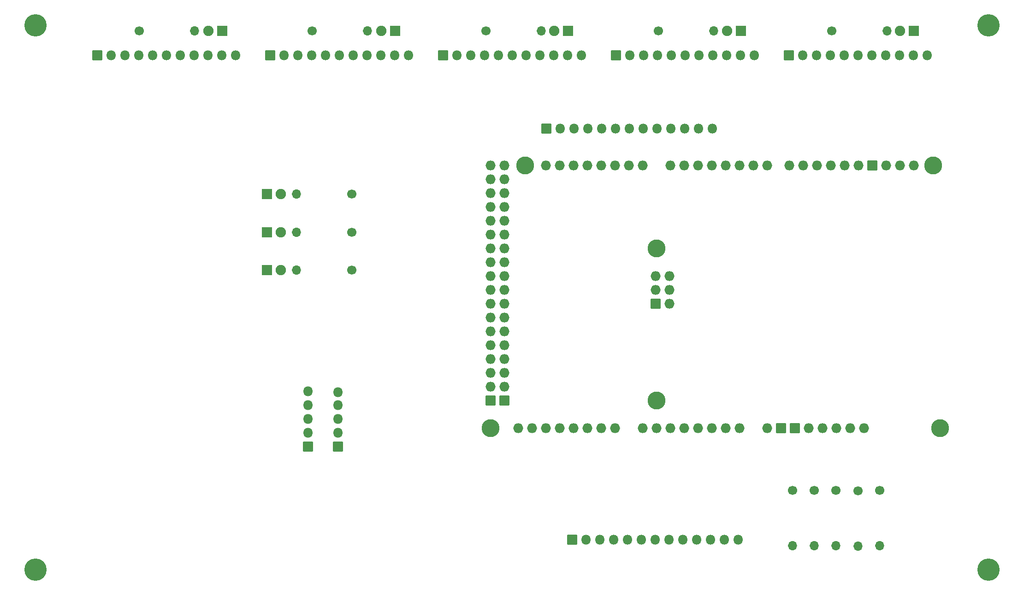
<source format=gbr>
%TF.GenerationSoftware,KiCad,Pcbnew,7.0.5*%
%TF.CreationDate,2023-06-06T17:40:15+02:00*%
%TF.ProjectId,hat,6861742e-6b69-4636-9164-5f7063625858,rev?*%
%TF.SameCoordinates,Original*%
%TF.FileFunction,Soldermask,Bot*%
%TF.FilePolarity,Negative*%
%FSLAX46Y46*%
G04 Gerber Fmt 4.6, Leading zero omitted, Abs format (unit mm)*
G04 Created by KiCad (PCBNEW 7.0.5) date 2023-06-06 17:40:15*
%MOMM*%
%LPD*%
G01*
G04 APERTURE LIST*
G04 Aperture macros list*
%AMRoundRect*
0 Rectangle with rounded corners*
0 $1 Rounding radius*
0 $2 $3 $4 $5 $6 $7 $8 $9 X,Y pos of 4 corners*
0 Add a 4 corners polygon primitive as box body*
4,1,4,$2,$3,$4,$5,$6,$7,$8,$9,$2,$3,0*
0 Add four circle primitives for the rounded corners*
1,1,$1+$1,$2,$3*
1,1,$1+$1,$4,$5*
1,1,$1+$1,$6,$7*
1,1,$1+$1,$8,$9*
0 Add four rect primitives between the rounded corners*
20,1,$1+$1,$2,$3,$4,$5,0*
20,1,$1+$1,$4,$5,$6,$7,0*
20,1,$1+$1,$6,$7,$8,$9,0*
20,1,$1+$1,$8,$9,$2,$3,0*%
G04 Aperture macros list end*
%ADD10O,1.700000X1.700000*%
%ADD11C,1.700000*%
%ADD12RoundRect,0.050000X0.900000X0.900000X-0.900000X0.900000X-0.900000X-0.900000X0.900000X-0.900000X0*%
%ADD13C,1.900000*%
%ADD14RoundRect,0.050000X0.850000X0.850000X-0.850000X0.850000X-0.850000X-0.850000X0.850000X-0.850000X0*%
%ADD15O,1.800000X1.800000*%
%ADD16RoundRect,0.050000X0.850000X-0.850000X0.850000X0.850000X-0.850000X0.850000X-0.850000X-0.850000X0*%
%ADD17C,4.100000*%
%ADD18RoundRect,0.050000X-0.900000X-0.900000X0.900000X-0.900000X0.900000X0.900000X-0.900000X0.900000X0*%
%ADD19C,3.300000*%
%ADD20O,1.827200X1.827200*%
%ADD21RoundRect,0.050000X0.863600X0.863600X-0.863600X0.863600X-0.863600X-0.863600X0.863600X-0.863600X0*%
G04 APERTURE END LIST*
D10*
%TO.C,R13*%
X216330000Y-51000000D03*
D11*
X206170000Y-51000000D03*
%TD*%
%TO.C,R12*%
X174340000Y-51000000D03*
D10*
X184500000Y-51000000D03*
%TD*%
D11*
%TO.C,R11*%
X142670000Y-51000000D03*
D10*
X152830000Y-51000000D03*
%TD*%
D11*
%TO.C,R10*%
X110815000Y-51000000D03*
D10*
X120975000Y-51000000D03*
%TD*%
D11*
%TO.C,R9*%
X79000000Y-51000000D03*
D10*
X89160000Y-51000000D03*
%TD*%
D12*
%TO.C,D8*%
X221290000Y-51000000D03*
D13*
X218750000Y-51000000D03*
%TD*%
D12*
%TO.C,D7*%
X189500000Y-51000000D03*
D13*
X186960000Y-51000000D03*
%TD*%
D12*
%TO.C,D6*%
X157750000Y-51000000D03*
D13*
X155210000Y-51000000D03*
%TD*%
D12*
%TO.C,D5*%
X126000000Y-51000000D03*
D13*
X123460000Y-51000000D03*
%TD*%
D12*
%TO.C,D4*%
X94250000Y-51000000D03*
D13*
X91710000Y-51000000D03*
%TD*%
D14*
%TO.C,J9*%
X110000000Y-127420000D03*
D15*
X110000000Y-124880000D03*
X110000000Y-122340000D03*
X110000000Y-119800000D03*
X110000000Y-117260000D03*
%TD*%
D16*
%TO.C,J1*%
X71300000Y-55500000D03*
D15*
X73840000Y-55500000D03*
X76380000Y-55500000D03*
X78920000Y-55500000D03*
X81460000Y-55500000D03*
X84000000Y-55500000D03*
X86540000Y-55500000D03*
X89080000Y-55500000D03*
X91620000Y-55500000D03*
X94160000Y-55500000D03*
X96700000Y-55500000D03*
%TD*%
D16*
%TO.C,J3*%
X134800000Y-55500000D03*
D15*
X137340000Y-55500000D03*
X139880000Y-55500000D03*
X142420000Y-55500000D03*
X144960000Y-55500000D03*
X147500000Y-55500000D03*
X150040000Y-55500000D03*
X152580000Y-55500000D03*
X155120000Y-55500000D03*
X157660000Y-55500000D03*
X160200000Y-55500000D03*
%TD*%
D17*
%TO.C,H2*%
X235000000Y-50000000D03*
%TD*%
D13*
%TO.C,D1*%
X105000000Y-95000000D03*
D18*
X102460000Y-95000000D03*
%TD*%
D11*
%TO.C,R7*%
X118080000Y-88000000D03*
D10*
X107920000Y-88000000D03*
%TD*%
D16*
%TO.C,J5*%
X198300000Y-55500000D03*
D15*
X200840000Y-55500000D03*
X203380000Y-55500000D03*
X205920000Y-55500000D03*
X208460000Y-55500000D03*
X211000000Y-55500000D03*
X213540000Y-55500000D03*
X216080000Y-55500000D03*
X218620000Y-55500000D03*
X221160000Y-55500000D03*
X223700000Y-55500000D03*
%TD*%
D11*
%TO.C,R5*%
X199000000Y-135420000D03*
D10*
X199000000Y-145580000D03*
%TD*%
D11*
%TO.C,R8*%
X118080000Y-81000000D03*
D10*
X107920000Y-81000000D03*
%TD*%
D13*
%TO.C,D2*%
X105000000Y-88000000D03*
D18*
X102460000Y-88000000D03*
%TD*%
D14*
%TO.C,J7*%
X115500000Y-127420000D03*
D15*
X115500000Y-124880000D03*
X115500000Y-122340000D03*
X115500000Y-119800000D03*
X115500000Y-117390000D03*
%TD*%
D16*
%TO.C,J8*%
X153775000Y-69000000D03*
D15*
X156315000Y-69000000D03*
X158855000Y-69000000D03*
X161395000Y-69000000D03*
X163935000Y-69000000D03*
X166475000Y-69000000D03*
X169015000Y-69000000D03*
X171555000Y-69000000D03*
X174095000Y-69000000D03*
X176635000Y-69000000D03*
X179175000Y-69000000D03*
X181715000Y-69000000D03*
X184255000Y-69000000D03*
%TD*%
D11*
%TO.C,R2*%
X211000000Y-135500000D03*
D10*
X211000000Y-145660000D03*
%TD*%
D16*
%TO.C,J6*%
X158525000Y-144500000D03*
D15*
X161065000Y-144500000D03*
X163605000Y-144500000D03*
X166145000Y-144500000D03*
X168685000Y-144500000D03*
X171225000Y-144500000D03*
X173765000Y-144500000D03*
X176305000Y-144500000D03*
X178845000Y-144500000D03*
X181385000Y-144500000D03*
X183925000Y-144500000D03*
X186465000Y-144500000D03*
X189005000Y-144500000D03*
%TD*%
D17*
%TO.C,H3*%
X235000000Y-150000000D03*
%TD*%
%TO.C,H1*%
X60000000Y-50000000D03*
%TD*%
D18*
%TO.C,D3*%
X102460000Y-81000000D03*
D13*
X105000000Y-81000000D03*
%TD*%
D11*
%TO.C,R3*%
X207000000Y-135420000D03*
D10*
X207000000Y-145580000D03*
%TD*%
D11*
%TO.C,R4*%
X203000000Y-135420000D03*
D10*
X203000000Y-145580000D03*
%TD*%
D17*
%TO.C,H4*%
X60000000Y-150000000D03*
%TD*%
D11*
%TO.C,R6*%
X118080000Y-95000000D03*
D10*
X107920000Y-95000000D03*
%TD*%
D16*
%TO.C,J4*%
X166550000Y-55500000D03*
D15*
X169090000Y-55500000D03*
X171630000Y-55500000D03*
X174170000Y-55500000D03*
X176710000Y-55500000D03*
X179250000Y-55500000D03*
X181790000Y-55500000D03*
X184330000Y-55500000D03*
X186870000Y-55500000D03*
X189410000Y-55500000D03*
X191950000Y-55500000D03*
%TD*%
D11*
%TO.C,R1*%
X215000000Y-135420000D03*
D10*
X215000000Y-145580000D03*
%TD*%
D16*
%TO.C,J2*%
X103050000Y-55500000D03*
D15*
X105590000Y-55500000D03*
X108130000Y-55500000D03*
X110670000Y-55500000D03*
X113210000Y-55500000D03*
X115750000Y-55500000D03*
X118290000Y-55500000D03*
X120830000Y-55500000D03*
X123370000Y-55500000D03*
X125910000Y-55500000D03*
X128450000Y-55500000D03*
%TD*%
D19*
%TO.C,XA1*%
X226076000Y-124010000D03*
X224806000Y-75750000D03*
D20*
X212106000Y-124010000D03*
D19*
X174006000Y-118930000D03*
X174006000Y-90990000D03*
X149876000Y-75750000D03*
X143526000Y-124010000D03*
D20*
X204486000Y-124010000D03*
X201946000Y-124010000D03*
X173879000Y-96070000D03*
X146066000Y-75750000D03*
X143526000Y-75750000D03*
X189246000Y-124010000D03*
X186706000Y-124010000D03*
X184166000Y-124010000D03*
X181626000Y-124010000D03*
X179086000Y-124010000D03*
X176546000Y-124010000D03*
X174006000Y-124010000D03*
X171466000Y-124010000D03*
X166386000Y-124010000D03*
X163846000Y-124010000D03*
X161306000Y-124010000D03*
X158766000Y-124010000D03*
X156226000Y-124010000D03*
X153686000Y-124010000D03*
X151146000Y-124010000D03*
X148606000Y-124010000D03*
X216170000Y-75750000D03*
X176546000Y-75750000D03*
X179086000Y-75750000D03*
X181626000Y-75750000D03*
X184166000Y-75750000D03*
X186706000Y-75750000D03*
X189246000Y-75750000D03*
X191786000Y-75750000D03*
X194326000Y-75750000D03*
X198390000Y-75750000D03*
X200930000Y-75750000D03*
X203470000Y-75750000D03*
X206010000Y-75750000D03*
X208550000Y-75750000D03*
X211090000Y-75750000D03*
X171466000Y-75750000D03*
X168926000Y-75750000D03*
X166386000Y-75750000D03*
X163846000Y-75750000D03*
X161306000Y-75750000D03*
X158766000Y-75750000D03*
X156226000Y-75750000D03*
X153686000Y-75750000D03*
X146066000Y-78290000D03*
X143526000Y-78290000D03*
X146066000Y-80830000D03*
X143526000Y-80830000D03*
X146066000Y-83370000D03*
X143526000Y-83370000D03*
X146066000Y-85910000D03*
X143526000Y-85910000D03*
X146066000Y-88450000D03*
X143526000Y-88450000D03*
X146066000Y-90990000D03*
X143526000Y-90990000D03*
X146066000Y-93530000D03*
X143526000Y-93530000D03*
X146066000Y-96070000D03*
X143526000Y-96070000D03*
X146066000Y-98610000D03*
X143526000Y-98610000D03*
X146066000Y-101150000D03*
X143526000Y-101150000D03*
X146066000Y-103690000D03*
X143526000Y-103690000D03*
X146066000Y-106230000D03*
X143526000Y-106230000D03*
X146066000Y-108770000D03*
X143526000Y-108770000D03*
X146066000Y-111310000D03*
X143526000Y-111310000D03*
X146066000Y-113850000D03*
X143526000Y-113850000D03*
X146066000Y-116390000D03*
X143526000Y-116390000D03*
D21*
X213630000Y-75750000D03*
X199406000Y-124010000D03*
X196866000Y-124010000D03*
X173879000Y-101150000D03*
X146066000Y-118930000D03*
X143526000Y-118930000D03*
D20*
X209566000Y-124010000D03*
X176419000Y-96070000D03*
X173879000Y-98610000D03*
X207026000Y-124010000D03*
X176419000Y-101150000D03*
X176419000Y-98610000D03*
X221250000Y-75750000D03*
X218710000Y-75750000D03*
X194326000Y-124010000D03*
%TD*%
M02*

</source>
